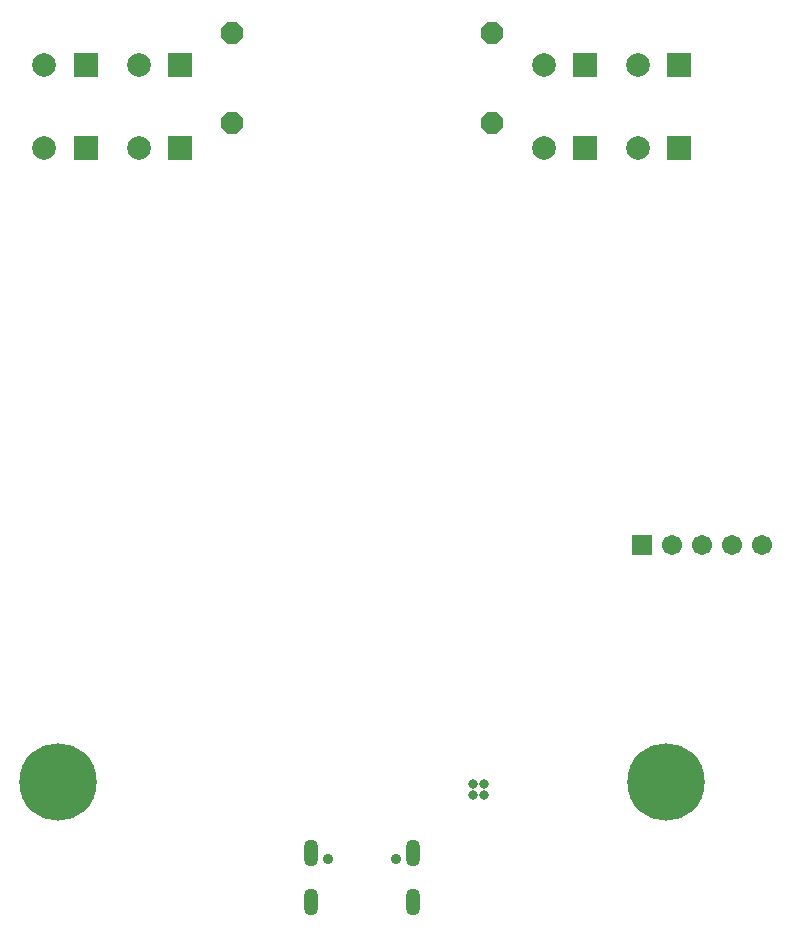
<source format=gbs>
G04*
G04 #@! TF.GenerationSoftware,Altium Limited,Altium Designer,24.4.1 (13)*
G04*
G04 Layer_Color=16711935*
%FSLAX25Y25*%
%MOIN*%
G70*
G04*
G04 #@! TF.SameCoordinates,CE62225C-9D11-4DC4-9690-87E0813CFFB1*
G04*
G04*
G04 #@! TF.FilePolarity,Negative*
G04*
G01*
G75*
%ADD47C,0.07887*%
%ADD48R,0.07887X0.07887*%
G04:AMPARAMS|DCode=49|XSize=70.87mil|YSize=70.87mil|CornerRadius=0mil|HoleSize=0mil|Usage=FLASHONLY|Rotation=0.000|XOffset=0mil|YOffset=0mil|HoleType=Round|Shape=Octagon|*
%AMOCTAGOND49*
4,1,8,0.03543,-0.01772,0.03543,0.01772,0.01772,0.03543,-0.01772,0.03543,-0.03543,0.01772,-0.03543,-0.01772,-0.01772,-0.03543,0.01772,-0.03543,0.03543,-0.01772,0.0*
%
%ADD49OCTAGOND49*%

%ADD50C,0.25800*%
%ADD51O,0.04934X0.09068*%
%ADD52C,0.03556*%
%ADD53R,0.06706X0.06706*%
%ADD54C,0.06706*%
%ADD55C,0.03162*%
D47*
X205512Y213878D02*
D03*
Y186319D02*
D03*
X236910D02*
D03*
Y213878D02*
D03*
X70472Y186319D02*
D03*
Y213878D02*
D03*
X39075Y186319D02*
D03*
Y213878D02*
D03*
D48*
X219291D02*
D03*
Y186319D02*
D03*
X250689D02*
D03*
Y213878D02*
D03*
X84252Y186319D02*
D03*
Y213878D02*
D03*
X52854Y186319D02*
D03*
Y213878D02*
D03*
D49*
X188287Y224606D02*
D03*
Y194606D02*
D03*
X101476Y224606D02*
D03*
Y194606D02*
D03*
D50*
X246307Y-25000D02*
D03*
X43457D02*
D03*
D51*
X127874Y-48602D02*
D03*
X161890D02*
D03*
X127874Y-65059D02*
D03*
X161890D02*
D03*
D52*
X133504Y-50689D02*
D03*
X156260D02*
D03*
D53*
X238130Y54035D02*
D03*
D54*
X248130D02*
D03*
X258130D02*
D03*
X268130D02*
D03*
X278130D02*
D03*
D55*
X182096Y-25761D02*
D03*
Y-29304D02*
D03*
X185738Y-25761D02*
D03*
Y-29304D02*
D03*
M02*

</source>
